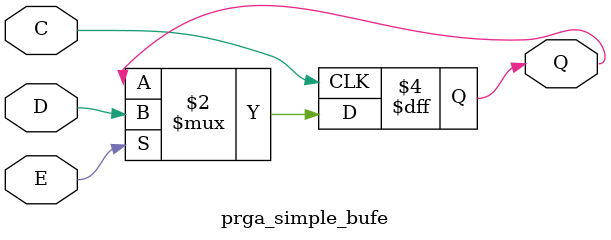
<source format=v>
module prga_simple_bufe (
    input wire [0:0] C,
    input wire [0:0] E,
    input wire [0:0] D,
    output reg [0:0] Q
    );

    always @(posedge C) begin
        if (E) begin
            Q <= D;
        end
    end

endmodule


</source>
